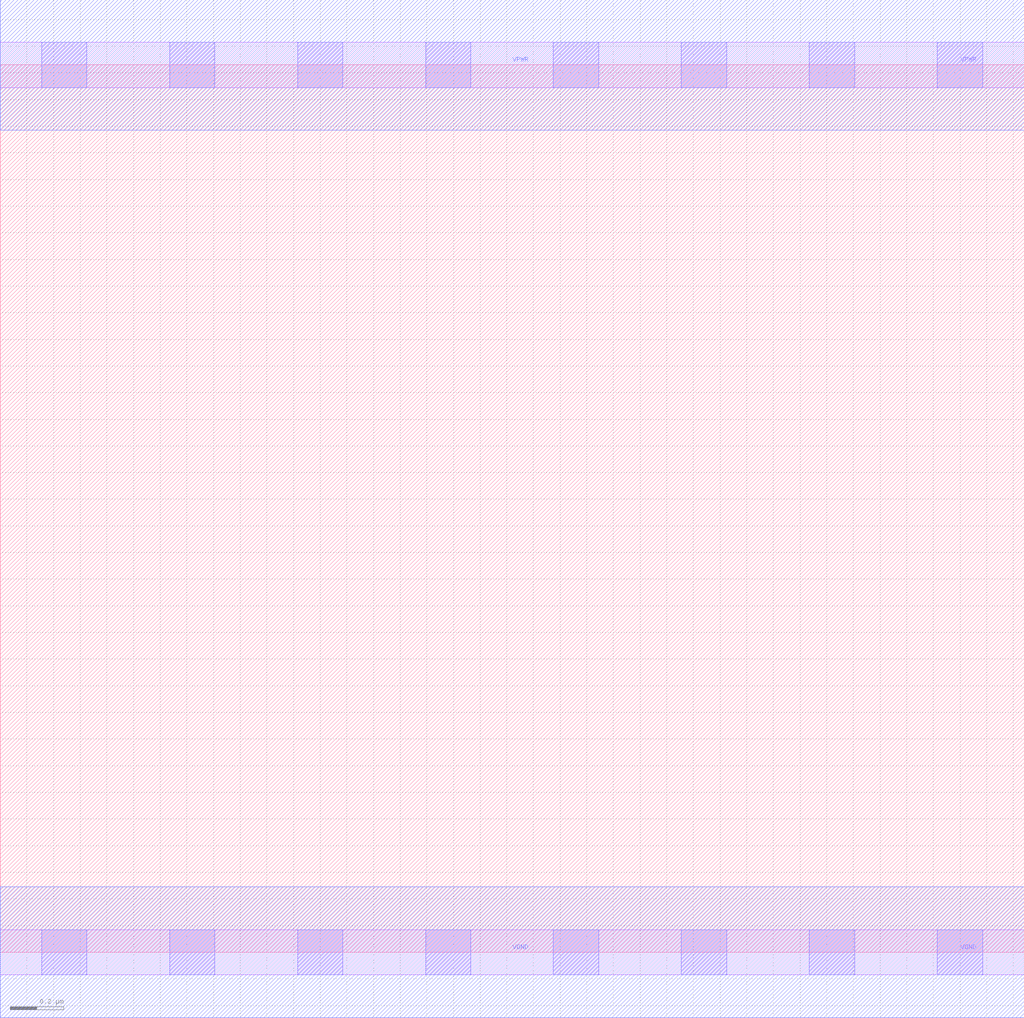
<source format=lef>
# Copyright 2020 The SkyWater PDK Authors
#
# Licensed under the Apache License, Version 2.0 (the "License");
# you may not use this file except in compliance with the License.
# You may obtain a copy of the License at
#
#     https://www.apache.org/licenses/LICENSE-2.0
#
# Unless required by applicable law or agreed to in writing, software
# distributed under the License is distributed on an "AS IS" BASIS,
# WITHOUT WARRANTIES OR CONDITIONS OF ANY KIND, either express or implied.
# See the License for the specific language governing permissions and
# limitations under the License.
#
# SPDX-License-Identifier: Apache-2.0

VERSION 5.7 ;
  NAMESCASESENSITIVE ON ;
  NOWIREEXTENSIONATPIN ON ;
  DIVIDERCHAR "/" ;
  BUSBITCHARS "[]" ;
UNITS
  DATABASE MICRONS 200 ;
END UNITS
MACRO sky130_fd_sc_ms__fill_8
  CLASS CORE ;
  SOURCE USER ;
  FOREIGN sky130_fd_sc_ms__fill_8 ;
  ORIGIN  0.000000  0.000000 ;
  SIZE  3.840000 BY  3.330000 ;
  SYMMETRY X Y ;
  SITE unit ;
  PIN VGND
    DIRECTION INOUT ;
    USE GROUND ;
    PORT
      LAYER li1 ;
        RECT 0.000000 -0.085000 3.840000 0.085000 ;
      LAYER mcon ;
        RECT 0.155000 -0.085000 0.325000 0.085000 ;
        RECT 0.635000 -0.085000 0.805000 0.085000 ;
        RECT 1.115000 -0.085000 1.285000 0.085000 ;
        RECT 1.595000 -0.085000 1.765000 0.085000 ;
        RECT 2.075000 -0.085000 2.245000 0.085000 ;
        RECT 2.555000 -0.085000 2.725000 0.085000 ;
        RECT 3.035000 -0.085000 3.205000 0.085000 ;
        RECT 3.515000 -0.085000 3.685000 0.085000 ;
      LAYER met1 ;
        RECT 0.000000 -0.245000 3.840000 0.245000 ;
    END
  END VGND
  PIN VPWR
    DIRECTION INOUT ;
    USE POWER ;
    PORT
      LAYER li1 ;
        RECT 0.000000 3.245000 3.840000 3.415000 ;
      LAYER mcon ;
        RECT 0.155000 3.245000 0.325000 3.415000 ;
        RECT 0.635000 3.245000 0.805000 3.415000 ;
        RECT 1.115000 3.245000 1.285000 3.415000 ;
        RECT 1.595000 3.245000 1.765000 3.415000 ;
        RECT 2.075000 3.245000 2.245000 3.415000 ;
        RECT 2.555000 3.245000 2.725000 3.415000 ;
        RECT 3.035000 3.245000 3.205000 3.415000 ;
        RECT 3.515000 3.245000 3.685000 3.415000 ;
      LAYER met1 ;
        RECT 0.000000 3.085000 3.840000 3.575000 ;
    END
  END VPWR
END sky130_fd_sc_ms__fill_8

</source>
